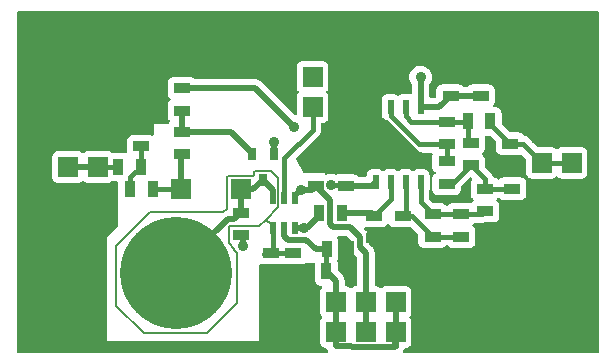
<source format=gbr>
%TF.GenerationSoftware,KiCad,Pcbnew,6.0.11+dfsg-1~bpo11+1*%
%TF.CreationDate,2023-05-25T08:23:26+00:00*%
%TF.ProjectId,PCRD01,50435244-3031-42e6-9b69-6361645f7063,01A*%
%TF.SameCoordinates,Original*%
%TF.FileFunction,Copper,L2,Bot*%
%TF.FilePolarity,Positive*%
%FSLAX46Y46*%
G04 Gerber Fmt 4.6, Leading zero omitted, Abs format (unit mm)*
G04 Created by KiCad (PCBNEW 6.0.11+dfsg-1~bpo11+1) date 2023-05-25 08:23:26*
%MOMM*%
%LPD*%
G01*
G04 APERTURE LIST*
%TA.AperFunction,ComponentPad*%
%ADD10R,1.651000X1.651000*%
%TD*%
%TA.AperFunction,ComponentPad*%
%ADD11C,6.000000*%
%TD*%
%TA.AperFunction,SMDPad,CuDef*%
%ADD12C,9.480265*%
%TD*%
%TA.AperFunction,SMDPad,CuDef*%
%ADD13R,1.397000X0.889000*%
%TD*%
%TA.AperFunction,SMDPad,CuDef*%
%ADD14R,0.889000X1.397000*%
%TD*%
%TA.AperFunction,SMDPad,CuDef*%
%ADD15R,0.508000X1.143000*%
%TD*%
%TA.AperFunction,SMDPad,CuDef*%
%ADD16R,0.500000X1.000760*%
%TD*%
%TA.AperFunction,SMDPad,CuDef*%
%ADD17R,0.501040X1.000760*%
%TD*%
%TA.AperFunction,SMDPad,CuDef*%
%ADD18R,0.800100X1.000760*%
%TD*%
%TA.AperFunction,ViaPad*%
%ADD19C,0.889000*%
%TD*%
%TA.AperFunction,Conductor*%
%ADD20C,0.500000*%
%TD*%
%TA.AperFunction,Conductor*%
%ADD21C,0.400000*%
%TD*%
%TA.AperFunction,Conductor*%
%ADD22C,0.200000*%
%TD*%
%TA.AperFunction,Conductor*%
%ADD23C,0.130000*%
%TD*%
G04 APERTURE END LIST*
D10*
%TO.P,J1,1,1*%
%TO.N,GND*%
X140458000Y-90709000D03*
%TO.P,J1,2,1*%
%TO.N,/+Ubias*%
X140458000Y-88169000D03*
%TO.P,J1,3,3*%
%TO.N,GND*%
X140458000Y-85629000D03*
%TO.P,J1,4*%
X137918000Y-85629000D03*
%TO.P,J1,5*%
%TO.N,/+Ubias*%
X137918000Y-88169000D03*
%TO.P,J1,6*%
%TO.N,GND*%
X137918000Y-90709000D03*
%TD*%
%TO.P,J2,1*%
%TO.N,GND*%
X158034800Y-102139000D03*
%TO.P,J2,2*%
%TO.N,V-*%
X160574800Y-102139000D03*
%TO.P,J2,3*%
%TO.N,V+*%
X163114800Y-102139000D03*
%TO.P,J2,4*%
%TO.N,V-*%
X165654800Y-102139000D03*
%TO.P,J2,5*%
%TO.N,GND*%
X168194800Y-102139000D03*
%TO.P,J2,6*%
X168194800Y-99599000D03*
%TO.P,J2,7*%
%TO.N,V-*%
X165654800Y-99599000D03*
%TO.P,J2,8*%
%TO.N,V+*%
X163114800Y-99599000D03*
%TO.P,J2,9*%
%TO.N,V-*%
X160574800Y-99599000D03*
%TO.P,J2,10*%
%TO.N,GND*%
X158034800Y-99599000D03*
%TD*%
%TO.P,J5,1,1*%
%TO.N,GND*%
X180564600Y-90353400D03*
%TO.P,J5,2,1*%
%TO.N,Net-(C14-Pad2)*%
X180564600Y-87813400D03*
%TO.P,J5,3,3*%
%TO.N,GND*%
X180564600Y-85273400D03*
%TO.P,J5,4*%
X178024600Y-85273400D03*
%TO.P,J5,5*%
%TO.N,Net-(C14-Pad2)*%
X178024600Y-87813400D03*
%TO.P,J5,6*%
%TO.N,GND*%
X178024600Y-90353400D03*
%TD*%
D11*
%TO.P,P4,1,P1*%
%TO.N,GND*%
X137918000Y-99599000D03*
%TD*%
D12*
%TO.P,C4,2*%
%TO.N,/A*%
X147087400Y-97147900D03*
%TD*%
D10*
%TO.P,J3,1,P1*%
%TO.N,/K*%
X147443000Y-90074000D03*
%TO.P,J3,2,PM*%
%TO.N,/A*%
X152523000Y-90074000D03*
%TD*%
D11*
%TO.P,P3,1,P1*%
%TO.N,GND*%
X137918000Y-79279000D03*
%TD*%
%TO.P,P1,1,P1*%
%TO.N,GND*%
X178558000Y-99599000D03*
%TD*%
%TO.P,P2,1,P1*%
%TO.N,GND*%
X178558000Y-79279000D03*
%TD*%
D10*
%TO.P,J4,1,P1*%
%TO.N,/#SHDN*%
X158619000Y-83089000D03*
%TO.P,J4,2,PM*%
%TO.N,V+*%
X158619000Y-80549000D03*
%TD*%
D13*
%TO.P,C1,1*%
%TO.N,Net-(C1-Pad1)*%
X147570000Y-85184500D03*
%TO.P,C1,2*%
%TO.N,/K*%
X147570000Y-87089500D03*
%TD*%
%TO.P,C2,1*%
%TO.N,Net-(C2-Pad1)*%
X156968000Y-95471500D03*
%TO.P,C2,2*%
%TO.N,GND*%
X156968000Y-97376500D03*
%TD*%
%TO.P,C3,1*%
%TO.N,V+*%
X158873000Y-89756500D03*
%TO.P,C3,2*%
%TO.N,GND*%
X158873000Y-87851500D03*
%TD*%
%TO.P,C5,1*%
%TO.N,V+*%
X172843000Y-82136500D03*
%TO.P,C5,2*%
%TO.N,GND*%
X172843000Y-80231500D03*
%TD*%
%TO.P,C6,1*%
%TO.N,V+*%
X170303000Y-82136500D03*
%TO.P,C6,2*%
%TO.N,GND*%
X170303000Y-80231500D03*
%TD*%
D14*
%TO.P,C10,1*%
%TO.N,V-*%
X159800100Y-97008200D03*
%TO.P,C10,2*%
%TO.N,GND*%
X161705100Y-97008200D03*
%TD*%
D13*
%TO.P,C12,1*%
%TO.N,GND*%
X175510000Y-91915500D03*
%TO.P,C12,2*%
%TO.N,Net-(C12-Pad2)*%
X175510000Y-90010500D03*
%TD*%
D14*
%TO.P,C14,1*%
%TO.N,Net-(C13-Pad2)*%
X171763500Y-84308200D03*
%TO.P,C14,2*%
%TO.N,Net-(C14-Pad2)*%
X173668500Y-84308200D03*
%TD*%
D13*
%TO.P,R1,1*%
%TO.N,Net-(C1-Pad1)*%
X147570000Y-83406500D03*
%TO.P,R1,2*%
%TO.N,V-*%
X147570000Y-81501500D03*
%TD*%
D14*
%TO.P,R2,1*%
%TO.N,Net-(C15-Pad1)*%
X144064800Y-88169000D03*
%TO.P,R2,2*%
%TO.N,/+Ubias*%
X142159800Y-88169000D03*
%TD*%
D13*
%TO.P,R5,1*%
%TO.N,GND*%
X163826000Y-94201500D03*
%TO.P,R5,2*%
%TO.N,Net-(C8-Pad1)*%
X163826000Y-92296500D03*
%TD*%
%TO.P,R6,1*%
%TO.N,Net-(C11-Pad1)*%
X171192000Y-94074500D03*
%TO.P,R6,2*%
%TO.N,Net-(C11-Pad2)*%
X171192000Y-92169500D03*
%TD*%
%TO.P,R7,1*%
%TO.N,GND*%
X166239000Y-94201500D03*
%TO.P,R7,2*%
%TO.N,Net-(C11-Pad1)*%
X166239000Y-92296500D03*
%TD*%
%TO.P,R8,1*%
%TO.N,Net-(C11-Pad2)*%
X173224000Y-91915500D03*
%TO.P,R8,2*%
%TO.N,Net-(C12-Pad2)*%
X173224000Y-90010500D03*
%TD*%
%TO.P,R9,1*%
%TO.N,Net-(C12-Pad2)*%
X169972800Y-89604100D03*
%TO.P,R9,2*%
%TO.N,Net-(C13-Pad1)*%
X169972800Y-87699100D03*
%TD*%
%TO.P,R11,1*%
%TO.N,Net-(C14-Pad2)*%
X175357600Y-86200500D03*
%TO.P,R11,2*%
%TO.N,GND*%
X175357600Y-88105500D03*
%TD*%
%TO.P,C11,1*%
%TO.N,Net-(C11-Pad1)*%
X168779000Y-94074500D03*
%TO.P,C11,2*%
%TO.N,Net-(C11-Pad2)*%
X168779000Y-92169500D03*
%TD*%
%TO.P,C9,1*%
%TO.N,V-*%
X161413000Y-89756500D03*
%TO.P,C9,2*%
%TO.N,GND*%
X161413000Y-87851500D03*
%TD*%
D14*
%TO.P,C8,1*%
%TO.N,Net-(C8-Pad1)*%
X161095500Y-92106000D03*
%TO.P,C8,2*%
%TO.N,Net-(C4-Pad1)*%
X159190500Y-92106000D03*
%TD*%
D13*
%TO.P,C13,1*%
%TO.N,Net-(C13-Pad1)*%
X169972800Y-86251300D03*
%TO.P,C13,2*%
%TO.N,Net-(C13-Pad2)*%
X169972800Y-84346300D03*
%TD*%
%TO.P,R10,1*%
%TO.N,Net-(C12-Pad2)*%
X172004800Y-88003900D03*
%TO.P,R10,2*%
%TO.N,Net-(C13-Pad2)*%
X172004800Y-86098900D03*
%TD*%
D14*
%TO.P,C7,1*%
%TO.N,V-*%
X159825500Y-95154000D03*
%TO.P,C7,2*%
%TO.N,GND*%
X161730500Y-95154000D03*
%TD*%
D15*
%TO.P,U2,1*%
%TO.N,Net-(C11-Pad2)*%
X167763000Y-89439000D03*
%TO.P,U2,2,-*%
%TO.N,Net-(C11-Pad1)*%
X166493000Y-89439000D03*
%TO.P,U2,3,+*%
%TO.N,Net-(C8-Pad1)*%
X165223000Y-89439000D03*
%TO.P,U2,4,V-*%
%TO.N,V-*%
X163953000Y-89439000D03*
%TO.P,U2,5,+*%
%TO.N,GND*%
X163953000Y-83089000D03*
%TO.P,U2,6,-*%
%TO.N,Net-(C13-Pad1)*%
X165223000Y-83089000D03*
%TO.P,U2,7*%
%TO.N,Net-(C13-Pad2)*%
X166493000Y-83089000D03*
%TO.P,U2,8,V+*%
%TO.N,V+*%
X167763000Y-83089000D03*
%TD*%
D16*
%TO.P,U1,1*%
%TO.N,Net-(C4-Pad1)*%
X157158500Y-93376000D03*
%TO.P,U1,2,V-*%
%TO.N,V-*%
X156206000Y-93376000D03*
%TO.P,U1,3,+*%
%TO.N,Net-(C2-Pad1)*%
X155253500Y-93376000D03*
D17*
%TO.P,U1,4,-*%
%TO.N,/A*%
X155253500Y-90836000D03*
D16*
%TO.P,U1,5,#SHDN*%
%TO.N,/#SHDN*%
X156206000Y-90836000D03*
%TO.P,U1,6,V+*%
%TO.N,V+*%
X157158500Y-90836000D03*
%TD*%
D13*
%TO.P,R3,1*%
%TO.N,GND*%
X155063000Y-97376500D03*
%TO.P,R3,2*%
%TO.N,Net-(C2-Pad1)*%
X155063000Y-95471500D03*
%TD*%
D18*
%TO.P,Q1,1,S*%
%TO.N,Net-(C1-Pad1)*%
X153475500Y-87069180D03*
%TO.P,Q1,2,D*%
%TO.N,V+*%
X155380500Y-87069180D03*
%TO.P,Q1,3,G*%
%TO.N,/A*%
X154428000Y-89268820D03*
%TD*%
D13*
%TO.P,R4,1*%
%TO.N,Net-(C4-Pad1)*%
X152523000Y-93947500D03*
%TO.P,R4,2*%
%TO.N,/A*%
X152523000Y-92042500D03*
%TD*%
D14*
%TO.P,R12,1*%
%TO.N,/K*%
X145093500Y-90074000D03*
%TO.P,R12,2*%
%TO.N,Net-(C15-Pad1)*%
X143188500Y-90074000D03*
%TD*%
D13*
%TO.P,C15,1*%
%TO.N,Net-(C15-Pad1)*%
X144115600Y-86416400D03*
%TO.P,C15,2*%
%TO.N,GND*%
X144115600Y-84511400D03*
%TD*%
D19*
%TO.N,GND*%
X162657600Y-83089000D03*
X154961400Y-77196200D03*
X170684000Y-77780400D03*
X165680200Y-77297800D03*
X162683000Y-85629000D03*
X159914400Y-86391000D03*
X161184400Y-96144600D03*
X135733600Y-83698600D03*
X135733600Y-94773000D03*
X166518400Y-87356200D03*
X171293600Y-95865200D03*
X139200000Y-94600000D03*
X174951200Y-94493600D03*
X165413500Y-96360500D03*
X160955800Y-77399400D03*
X150135400Y-76764400D03*
X142210600Y-81082400D03*
%TO.N,V+*%
X157608447Y-90079311D03*
X155367800Y-86060800D03*
X167763000Y-80549000D03*
%TO.N,Net-(C4-Pad1)*%
X157857000Y-93363300D03*
X152743361Y-94836500D03*
%TO.N,V-*%
X159838200Y-95166700D03*
X160216002Y-89693000D03*
X157028960Y-84750160D03*
%TD*%
D20*
%TO.N,Net-(C1-Pad1)*%
X151691150Y-85184500D02*
X153475500Y-86968850D01*
D21*
X147590320Y-85164180D02*
X147570000Y-85184500D01*
D20*
X153475500Y-86968850D02*
X153475500Y-87069180D01*
X147570000Y-85184500D02*
X147570000Y-83406500D01*
X147570000Y-85184500D02*
X151691150Y-85184500D01*
D21*
%TO.N,Net-(C2-Pad1)*%
X155313190Y-95598500D02*
X154580400Y-95598500D01*
D22*
X149665500Y-102266000D02*
X152214249Y-99717251D01*
X151380000Y-91709169D02*
X151070302Y-92018867D01*
X151524499Y-94632001D02*
X151524499Y-93262999D01*
D21*
X155253500Y-93376000D02*
X155253500Y-95538810D01*
D22*
X144852691Y-92018867D02*
X142018001Y-94853557D01*
X155698000Y-89098388D02*
X155068051Y-88468439D01*
X153648501Y-88607887D02*
X153648501Y-88888499D01*
X151524499Y-93262999D02*
X151584499Y-93202999D01*
X155068051Y-88468439D02*
X153787949Y-88468439D01*
X154679460Y-92616540D02*
X154684540Y-92616540D01*
D23*
X155698000Y-91598000D02*
X155698000Y-89693000D01*
D22*
X151998860Y-95106362D02*
X151524499Y-94632001D01*
X153787949Y-88468439D02*
X153648501Y-88607887D01*
X152214249Y-99717251D02*
X152214249Y-95409250D01*
X142018001Y-99952501D02*
X144331500Y-102266000D01*
X144331500Y-102266000D02*
X149665500Y-102266000D01*
D21*
X154580400Y-95598500D02*
X154529600Y-95547700D01*
D22*
X142018001Y-94853557D02*
X142018001Y-99952501D01*
X154684540Y-92616540D02*
X155164600Y-93096600D01*
D21*
X156968000Y-95471500D02*
X155063000Y-95471500D01*
D22*
X153588501Y-88948499D02*
X151457499Y-88948499D01*
X151584499Y-93202999D02*
X154093001Y-93202999D01*
X151380000Y-89025998D02*
X151380000Y-91709169D01*
X155698000Y-91598000D02*
X154679460Y-92616540D01*
X155253500Y-93185500D02*
X154936000Y-92868000D01*
X154093001Y-93202999D02*
X154679460Y-92616540D01*
X155253500Y-93376000D02*
X155253500Y-93185500D01*
X151070302Y-92018867D02*
X144852691Y-92018867D01*
X151457499Y-88948499D02*
X151380000Y-89025998D01*
X155698000Y-89693000D02*
X155698000Y-89098388D01*
X151998860Y-95193861D02*
X151998860Y-95106362D01*
X153648501Y-88888499D02*
X153588501Y-88948499D01*
X152214249Y-95409250D02*
X151998860Y-95193861D01*
D21*
%TO.N,GND*%
X161730500Y-95154000D02*
X161730500Y-95598500D01*
X163826000Y-94201500D02*
X164080000Y-94201500D01*
X165578600Y-77399400D02*
X165680200Y-77297800D01*
X162657600Y-85654400D02*
X162683000Y-85629000D01*
X170684000Y-77780400D02*
X170684000Y-78072500D01*
D20*
%TO.N,V+*%
X167763000Y-80549000D02*
X167763000Y-83089000D01*
X163114800Y-95474040D02*
X162625001Y-94984241D01*
X172843000Y-82136500D02*
X170303000Y-82136500D01*
X167763000Y-83089000D02*
X169350500Y-83089000D01*
X163114800Y-99599000D02*
X163114800Y-95474040D01*
X160085001Y-93023361D02*
X160085001Y-90968501D01*
D21*
X157158500Y-90836000D02*
X157158500Y-90772500D01*
D20*
X157158500Y-90529258D02*
X157608447Y-90079311D01*
X155380500Y-87069180D02*
X155380500Y-86068800D01*
X157158500Y-90836000D02*
X157158500Y-90529258D01*
X160316141Y-93254501D02*
X160085001Y-93023361D01*
X169350500Y-83089000D02*
X170303000Y-82136500D01*
X158550189Y-90079311D02*
X158873000Y-89756500D01*
X157608447Y-90079311D02*
X158550189Y-90079311D01*
X162625001Y-94095499D02*
X161784003Y-93254501D01*
X155372500Y-86060800D02*
X155367800Y-86060800D01*
X155380500Y-86068800D02*
X155372500Y-86060800D01*
X162625001Y-94984241D02*
X162625001Y-94095499D01*
X163114800Y-102139000D02*
X163114800Y-99599000D01*
X161784003Y-93254501D02*
X160316141Y-93254501D01*
X160085001Y-90968501D02*
X158873000Y-89756500D01*
%TO.N,Net-(C4-Pad1)*%
X159190500Y-92360000D02*
X158187200Y-93363300D01*
X157228383Y-93363300D02*
X157857000Y-93363300D01*
X158187200Y-93363300D02*
X157857000Y-93363300D01*
X152523000Y-94011000D02*
X152523000Y-94007009D01*
X152542487Y-94007009D02*
X152523000Y-94007009D01*
X157158500Y-93376000D02*
X157171200Y-93363300D01*
X152743361Y-94836500D02*
X152743361Y-94207883D01*
X152743361Y-94207883D02*
X152542487Y-94007009D01*
X157171200Y-93363300D02*
X157228383Y-93363300D01*
X159190500Y-92106000D02*
X159190500Y-92360000D01*
%TO.N,V-*%
X156548499Y-94326381D02*
X158053381Y-94326381D01*
X160574800Y-102139000D02*
X160574800Y-103364500D01*
X165604799Y-103414501D02*
X165604799Y-102189001D01*
X161929299Y-103414501D02*
X165604799Y-103414501D01*
X160574800Y-103364500D02*
X160574801Y-103364501D01*
D21*
X165654800Y-103364500D02*
X165654800Y-102139000D01*
X160216002Y-89693000D02*
X161349500Y-89693000D01*
D20*
X165604799Y-103414501D02*
X165654800Y-103364500D01*
D21*
X159800100Y-95179400D02*
X159825500Y-95154000D01*
D20*
X153780300Y-81501500D02*
X157028960Y-84750160D01*
X147570000Y-81501500D02*
X153780300Y-81501500D01*
D21*
X159800100Y-97008200D02*
X159800100Y-95179400D01*
D20*
X161413000Y-89756500D02*
X161044700Y-89756500D01*
X163635500Y-89756500D02*
X163953000Y-89439000D01*
X158053381Y-94326381D02*
X158881000Y-95154000D01*
X160574800Y-99599000D02*
X160574800Y-102139000D01*
X156206000Y-93983882D02*
X156548499Y-94326381D01*
X160574800Y-103364500D02*
X161879298Y-103364500D01*
X165654800Y-102139000D02*
X165654800Y-99599000D01*
X165604799Y-102189001D02*
X165654800Y-102139000D01*
X161413000Y-89756500D02*
X163635500Y-89756500D01*
X159825500Y-95154000D02*
X158881000Y-95154000D01*
X156206000Y-93376000D02*
X156206000Y-93983882D01*
X160574800Y-99599000D02*
X160574800Y-97782900D01*
X161879298Y-103364500D02*
X161929299Y-103414501D01*
X161413000Y-89756500D02*
X161044065Y-89756500D01*
D21*
X161349500Y-89693000D02*
X161413000Y-89756500D01*
D20*
X147633500Y-81565000D02*
X147570000Y-81501500D01*
D21*
X159825500Y-95154000D02*
X159838200Y-95166700D01*
D20*
X160574800Y-97782900D02*
X159800100Y-97008200D01*
D21*
X160574801Y-103364501D02*
X165654800Y-103364500D01*
%TO.N,Net-(C8-Pad1)*%
X163826000Y-92296500D02*
X165223000Y-90899500D01*
D20*
X161095500Y-92106000D02*
X163635500Y-92106000D01*
D21*
X165223000Y-90899500D02*
X165223000Y-89218000D01*
D20*
X163635500Y-92106000D02*
X163826000Y-92296500D01*
D21*
%TO.N,Net-(C11-Pad1)*%
X167001000Y-92296500D02*
X168779000Y-94074500D01*
X166493000Y-89218000D02*
X166493000Y-92042500D01*
X166493000Y-92042500D02*
X166239000Y-92296500D01*
X166239000Y-92296500D02*
X167001000Y-92296500D01*
X168779000Y-94074500D02*
X171192000Y-94074500D01*
%TO.N,Net-(C11-Pad2)*%
X172970000Y-92169500D02*
X173224000Y-91915500D01*
X171192000Y-92169500D02*
X172970000Y-92169500D01*
X167763000Y-91153500D02*
X168779000Y-92169500D01*
X167763000Y-89218000D02*
X167763000Y-91153500D01*
X168779000Y-92169500D02*
X171192000Y-92169500D01*
%TO.N,Net-(C12-Pad2)*%
X175510000Y-90010500D02*
X173224000Y-90010500D01*
X173224000Y-90010500D02*
X173224000Y-89223100D01*
X172970000Y-89756500D02*
X173224000Y-90010500D01*
X173224000Y-89223100D02*
X172004800Y-88003900D01*
X170404600Y-89604100D02*
X172004800Y-88003900D01*
X169972800Y-89604100D02*
X170404600Y-89604100D01*
%TO.N,Net-(C13-Pad1)*%
X169972800Y-87699100D02*
X169972800Y-86251300D01*
X167601300Y-86251300D02*
X165223000Y-83873000D01*
X165223000Y-83873000D02*
X165223000Y-83089000D01*
X169972800Y-86251300D02*
X167601300Y-86251300D01*
%TO.N,Net-(C13-Pad2)*%
X166493000Y-83843000D02*
X166996300Y-84346300D01*
X171763500Y-85857600D02*
X172004800Y-86098900D01*
X169972800Y-84346300D02*
X171725400Y-84346300D01*
X166493000Y-83089000D02*
X166493000Y-83843000D01*
X171725400Y-84346300D02*
X171763500Y-84308200D01*
X171763500Y-84308200D02*
X171763500Y-85857600D01*
X166996300Y-84346300D02*
X169972800Y-84346300D01*
%TO.N,Net-(C14-Pad2)*%
X178024600Y-87813400D02*
X180564600Y-87813400D01*
X173668500Y-84308200D02*
X173668500Y-84511400D01*
X175357600Y-86200500D02*
X176411700Y-86200500D01*
X176411700Y-86200500D02*
X178024600Y-87813400D01*
X173668500Y-84511400D02*
X175357600Y-86200500D01*
%TO.N,/#SHDN*%
X156206000Y-90836000D02*
X156206000Y-87427502D01*
X156206000Y-87427502D02*
X158619000Y-85014502D01*
X158619000Y-84314500D02*
X158619000Y-83089000D01*
X158619000Y-85014502D02*
X158619000Y-84314500D01*
%TO.N,/+Ubias*%
X142159800Y-88169000D02*
X140458000Y-88169000D01*
D20*
X137918000Y-88169000D02*
X140458000Y-88169000D01*
%TO.N,/K*%
X147443000Y-87216500D02*
X147570000Y-87089500D01*
X147443000Y-90074000D02*
X147443000Y-88114510D01*
D21*
X145093500Y-90074000D02*
X147443000Y-90074000D01*
D20*
X147443000Y-88114510D02*
X147443000Y-87216500D01*
%TO.N,/A*%
X155253500Y-90094320D02*
X154428000Y-89268820D01*
X155253500Y-90836000D02*
X155253500Y-90094320D01*
X153622820Y-90074000D02*
X152523000Y-90074000D01*
X151996623Y-92568877D02*
X151440790Y-92568877D01*
X152523000Y-92042500D02*
X152523000Y-90074000D01*
X154428000Y-89268820D02*
X153622820Y-90074000D01*
X151440790Y-92568877D02*
X147265200Y-96744467D01*
X152523000Y-92042500D02*
X151996623Y-92568877D01*
D21*
%TO.N,Net-(C15-Pad1)*%
X143188500Y-89045300D02*
X144064800Y-88169000D01*
X143188500Y-90074000D02*
X143188500Y-89045300D01*
X144115600Y-88118200D02*
X144064800Y-88169000D01*
X144115600Y-86416400D02*
X144115600Y-88118200D01*
%TD*%
%TA.AperFunction,Conductor*%
%TO.N,GND*%
G36*
X182832691Y-74982407D02*
G01*
X182868655Y-75031907D01*
X182873500Y-75062500D01*
X182873500Y-103815500D01*
X182854593Y-103873691D01*
X182805093Y-103909655D01*
X182774500Y-103914500D01*
X166389405Y-103914500D01*
X166331214Y-103895593D01*
X166295250Y-103846093D01*
X166295250Y-103784907D01*
X166303504Y-103767086D01*
X166304534Y-103765784D01*
X166320368Y-103731906D01*
X166376987Y-103610760D01*
X166379422Y-103605550D01*
X166380592Y-103599923D01*
X166380595Y-103599915D01*
X166390595Y-103551839D01*
X166420956Y-103498718D01*
X166476743Y-103473588D01*
X166487520Y-103473000D01*
X166528434Y-103473000D01*
X166548463Y-103470824D01*
X166584442Y-103466916D01*
X166584444Y-103466915D01*
X166590616Y-103466245D01*
X166727005Y-103415115D01*
X166843561Y-103327761D01*
X166930915Y-103211205D01*
X166982045Y-103074816D01*
X166988800Y-103012634D01*
X166988800Y-101265366D01*
X166982045Y-101203184D01*
X166930915Y-101066795D01*
X166843561Y-100950239D01*
X166837917Y-100946009D01*
X166832930Y-100941022D01*
X166834615Y-100939337D01*
X166805645Y-100898199D01*
X166806548Y-100837020D01*
X166834500Y-100798548D01*
X166832930Y-100796978D01*
X166837917Y-100791991D01*
X166843561Y-100787761D01*
X166930915Y-100671205D01*
X166982045Y-100534816D01*
X166988800Y-100472634D01*
X166988800Y-98725366D01*
X166982045Y-98663184D01*
X166930915Y-98526795D01*
X166843561Y-98410239D01*
X166727005Y-98322885D01*
X166590616Y-98271755D01*
X166584444Y-98271085D01*
X166584442Y-98271084D01*
X166548463Y-98267176D01*
X166528434Y-98265000D01*
X164781166Y-98265000D01*
X164761137Y-98267176D01*
X164725158Y-98271084D01*
X164725156Y-98271085D01*
X164718984Y-98271755D01*
X164582595Y-98322885D01*
X164466039Y-98410239D01*
X164461809Y-98415883D01*
X164456822Y-98420870D01*
X164455137Y-98419185D01*
X164413999Y-98448155D01*
X164352820Y-98447252D01*
X164314348Y-98419300D01*
X164312778Y-98420870D01*
X164307791Y-98415883D01*
X164303561Y-98410239D01*
X164187005Y-98322885D01*
X164050616Y-98271755D01*
X164044444Y-98271085D01*
X164044442Y-98271084D01*
X164008463Y-98267176D01*
X163988434Y-98265000D01*
X163972300Y-98265000D01*
X163914109Y-98246093D01*
X163878145Y-98196593D01*
X163873300Y-98166000D01*
X163873300Y-95539061D01*
X163874426Y-95524172D01*
X163877133Y-95506380D01*
X163877133Y-95506376D01*
X163877998Y-95500691D01*
X163873626Y-95446936D01*
X163873300Y-95438911D01*
X163873300Y-95429747D01*
X163871461Y-95413965D01*
X163869955Y-95401050D01*
X163869615Y-95397614D01*
X163864127Y-95330139D01*
X163864126Y-95330135D01*
X163863660Y-95324403D01*
X163861887Y-95318930D01*
X163860760Y-95313291D01*
X163860870Y-95313269D01*
X163860080Y-95309644D01*
X163859971Y-95309670D01*
X163858648Y-95304074D01*
X163857982Y-95298359D01*
X163832915Y-95229300D01*
X163831793Y-95226032D01*
X163810923Y-95161611D01*
X163809151Y-95156141D01*
X163806168Y-95151226D01*
X163803773Y-95145994D01*
X163803874Y-95145948D01*
X163802272Y-95142602D01*
X163802170Y-95142653D01*
X163799598Y-95137517D01*
X163797633Y-95132103D01*
X163757367Y-95070687D01*
X163755523Y-95067765D01*
X163719685Y-95008705D01*
X163719682Y-95008701D01*
X163717395Y-95004932D01*
X163709997Y-94996556D01*
X163710133Y-94996436D01*
X163707654Y-94993278D01*
X163707498Y-94993409D01*
X163703808Y-94988996D01*
X163700656Y-94984188D01*
X163644189Y-94930696D01*
X163642270Y-94928829D01*
X163412497Y-94699056D01*
X163384720Y-94644539D01*
X163383501Y-94629052D01*
X163383501Y-94160526D01*
X163384627Y-94145637D01*
X163387335Y-94127839D01*
X163387335Y-94127835D01*
X163388200Y-94122150D01*
X163383827Y-94068387D01*
X163383501Y-94060361D01*
X163383501Y-94051206D01*
X163383169Y-94048355D01*
X163380157Y-94022518D01*
X163379817Y-94019082D01*
X163374327Y-93951594D01*
X163373861Y-93945863D01*
X163372088Y-93940392D01*
X163370961Y-93934750D01*
X163371070Y-93934728D01*
X163370280Y-93931104D01*
X163370172Y-93931129D01*
X163368849Y-93925532D01*
X163368183Y-93919818D01*
X163359171Y-93894991D01*
X163343115Y-93850755D01*
X163341993Y-93847488D01*
X163321124Y-93783070D01*
X163319352Y-93777600D01*
X163316369Y-93772685D01*
X163313974Y-93767453D01*
X163314075Y-93767407D01*
X163312473Y-93764061D01*
X163312371Y-93764112D01*
X163309799Y-93758977D01*
X163307834Y-93753562D01*
X163267552Y-93692122D01*
X163265711Y-93689204D01*
X163229885Y-93630164D01*
X163229884Y-93630163D01*
X163227596Y-93626392D01*
X163220198Y-93618015D01*
X163220346Y-93617884D01*
X163217865Y-93614729D01*
X163217699Y-93614868D01*
X163214009Y-93610455D01*
X163210857Y-93605647D01*
X163154390Y-93552155D01*
X163152471Y-93550288D01*
X163020687Y-93418504D01*
X162992910Y-93363987D01*
X163002481Y-93303555D01*
X163045746Y-93260290D01*
X163090691Y-93249500D01*
X164572634Y-93249500D01*
X164592663Y-93247324D01*
X164628642Y-93243416D01*
X164628644Y-93243415D01*
X164634816Y-93242745D01*
X164673600Y-93228206D01*
X164764606Y-93194089D01*
X164764607Y-93194089D01*
X164771205Y-93191615D01*
X164887761Y-93104261D01*
X164891991Y-93098617D01*
X164891995Y-93098613D01*
X164953280Y-93016841D01*
X165003308Y-92981616D01*
X165064486Y-92982524D01*
X165111720Y-93016841D01*
X165173005Y-93098613D01*
X165173009Y-93098617D01*
X165177239Y-93104261D01*
X165293795Y-93191615D01*
X165300393Y-93194089D01*
X165300394Y-93194089D01*
X165391400Y-93228206D01*
X165430184Y-93242745D01*
X165436356Y-93243415D01*
X165436358Y-93243416D01*
X165472337Y-93247324D01*
X165492366Y-93249500D01*
X166911022Y-93249500D01*
X166969213Y-93268407D01*
X166981026Y-93278496D01*
X167543004Y-93840474D01*
X167570781Y-93894991D01*
X167572000Y-93910478D01*
X167572000Y-94567134D01*
X167578755Y-94629316D01*
X167629885Y-94765705D01*
X167717239Y-94882261D01*
X167833795Y-94969615D01*
X167970184Y-95020745D01*
X167976356Y-95021415D01*
X167976358Y-95021416D01*
X168012337Y-95025324D01*
X168032366Y-95027500D01*
X169525634Y-95027500D01*
X169545663Y-95025324D01*
X169581642Y-95021416D01*
X169581644Y-95021415D01*
X169587816Y-95020745D01*
X169724205Y-94969615D01*
X169840761Y-94882261D01*
X169844991Y-94876617D01*
X169844994Y-94876614D01*
X169885454Y-94822628D01*
X169935482Y-94787402D01*
X169964675Y-94783000D01*
X170006325Y-94783000D01*
X170064516Y-94801907D01*
X170085546Y-94822628D01*
X170126006Y-94876614D01*
X170126009Y-94876617D01*
X170130239Y-94882261D01*
X170246795Y-94969615D01*
X170383184Y-95020745D01*
X170389356Y-95021415D01*
X170389358Y-95021416D01*
X170425337Y-95025324D01*
X170445366Y-95027500D01*
X171938634Y-95027500D01*
X171958663Y-95025324D01*
X171994642Y-95021416D01*
X171994644Y-95021415D01*
X172000816Y-95020745D01*
X172137205Y-94969615D01*
X172253761Y-94882261D01*
X172341115Y-94765705D01*
X172392245Y-94629316D01*
X172399000Y-94567134D01*
X172399000Y-93581866D01*
X172392245Y-93519684D01*
X172341115Y-93383295D01*
X172253761Y-93266739D01*
X172248117Y-93262509D01*
X172248113Y-93262505D01*
X172166341Y-93201220D01*
X172131116Y-93151192D01*
X172132024Y-93090014D01*
X172166341Y-93042780D01*
X172248113Y-92981495D01*
X172248117Y-92981491D01*
X172253761Y-92977261D01*
X172257991Y-92971617D01*
X172257994Y-92971614D01*
X172298454Y-92917628D01*
X172348482Y-92882402D01*
X172377675Y-92878000D01*
X172942001Y-92878000D01*
X172948734Y-92878229D01*
X173007352Y-92882225D01*
X173035870Y-92877248D01*
X173070990Y-92871119D01*
X173076112Y-92870362D01*
X173085582Y-92869217D01*
X173097471Y-92868500D01*
X173970634Y-92868500D01*
X173990663Y-92866324D01*
X174026642Y-92862416D01*
X174026644Y-92862415D01*
X174032816Y-92861745D01*
X174169205Y-92810615D01*
X174285761Y-92723261D01*
X174373115Y-92606705D01*
X174424245Y-92470316D01*
X174431000Y-92408134D01*
X174431000Y-91422866D01*
X174424245Y-91360684D01*
X174391893Y-91274385D01*
X174375589Y-91230894D01*
X174375589Y-91230893D01*
X174373115Y-91224295D01*
X174285761Y-91107739D01*
X174280117Y-91103509D01*
X174280113Y-91103505D01*
X174198341Y-91042220D01*
X174163116Y-90992192D01*
X174164024Y-90931014D01*
X174198341Y-90883780D01*
X174280113Y-90822495D01*
X174280117Y-90822491D01*
X174285761Y-90818261D01*
X174289991Y-90812617D01*
X174294978Y-90807630D01*
X174296663Y-90809315D01*
X174337801Y-90780345D01*
X174398980Y-90781248D01*
X174437452Y-90809200D01*
X174439022Y-90807630D01*
X174444009Y-90812617D01*
X174448239Y-90818261D01*
X174564795Y-90905615D01*
X174701184Y-90956745D01*
X174707356Y-90957415D01*
X174707358Y-90957416D01*
X174741374Y-90961111D01*
X174763366Y-90963500D01*
X176256634Y-90963500D01*
X176278626Y-90961111D01*
X176312642Y-90957416D01*
X176312644Y-90957415D01*
X176318816Y-90956745D01*
X176455205Y-90905615D01*
X176571761Y-90818261D01*
X176659115Y-90701705D01*
X176674431Y-90660851D01*
X176708065Y-90571131D01*
X176710245Y-90565316D01*
X176711407Y-90554625D01*
X176716711Y-90505793D01*
X176717000Y-90503134D01*
X176717000Y-89517866D01*
X176714414Y-89494065D01*
X176710916Y-89461858D01*
X176710915Y-89461856D01*
X176710245Y-89455684D01*
X176678781Y-89371755D01*
X176661589Y-89325894D01*
X176661589Y-89325893D01*
X176659115Y-89319295D01*
X176571761Y-89202739D01*
X176455205Y-89115385D01*
X176437659Y-89108807D01*
X176324631Y-89066435D01*
X176318816Y-89064255D01*
X176312644Y-89063585D01*
X176312642Y-89063584D01*
X176265756Y-89058491D01*
X176256634Y-89057500D01*
X174763366Y-89057500D01*
X174754244Y-89058491D01*
X174707358Y-89063584D01*
X174707356Y-89063585D01*
X174701184Y-89064255D01*
X174695369Y-89066435D01*
X174582342Y-89108807D01*
X174564795Y-89115385D01*
X174448239Y-89202739D01*
X174444009Y-89208383D01*
X174439022Y-89213370D01*
X174437337Y-89211685D01*
X174396199Y-89240655D01*
X174335020Y-89239752D01*
X174296548Y-89211800D01*
X174294978Y-89213370D01*
X174289991Y-89208383D01*
X174285761Y-89202739D01*
X174169205Y-89115385D01*
X174151659Y-89108807D01*
X174038631Y-89066435D01*
X174032816Y-89064255D01*
X174026644Y-89063585D01*
X174026642Y-89063584D01*
X173979759Y-89058491D01*
X173923950Y-89033409D01*
X173899801Y-88999863D01*
X173893765Y-88986113D01*
X173881277Y-88957664D01*
X173879319Y-88952868D01*
X173858597Y-88898028D01*
X173856487Y-88892444D01*
X173851156Y-88884687D01*
X173842098Y-88868413D01*
X173840868Y-88865611D01*
X173838315Y-88859795D01*
X173798991Y-88808548D01*
X173795943Y-88804353D01*
X173762736Y-88756036D01*
X173759357Y-88751119D01*
X173712261Y-88709158D01*
X173708115Y-88705245D01*
X173240796Y-88237926D01*
X173213019Y-88183409D01*
X173211800Y-88167922D01*
X173211800Y-87511266D01*
X173205045Y-87449084D01*
X173171718Y-87360184D01*
X173156389Y-87319294D01*
X173156389Y-87319293D01*
X173153915Y-87312695D01*
X173066561Y-87196139D01*
X173060917Y-87191909D01*
X173060913Y-87191905D01*
X172979141Y-87130620D01*
X172943916Y-87080592D01*
X172944824Y-87019414D01*
X172979141Y-86972180D01*
X173060913Y-86910895D01*
X173060917Y-86910891D01*
X173066561Y-86906661D01*
X173153915Y-86790105D01*
X173158758Y-86777188D01*
X173202865Y-86659531D01*
X173205045Y-86653716D01*
X173207220Y-86633700D01*
X173211511Y-86594193D01*
X173211800Y-86591534D01*
X173211800Y-85614200D01*
X173230707Y-85556009D01*
X173280207Y-85520045D01*
X173310800Y-85515200D01*
X173629323Y-85515200D01*
X173687514Y-85534107D01*
X173699327Y-85544197D01*
X174121604Y-85966475D01*
X174149381Y-86020991D01*
X174150600Y-86036478D01*
X174150600Y-86693134D01*
X174150889Y-86695793D01*
X174155209Y-86735557D01*
X174157355Y-86755316D01*
X174159535Y-86761131D01*
X174189760Y-86841755D01*
X174208485Y-86891705D01*
X174295839Y-87008261D01*
X174412395Y-87095615D01*
X174418993Y-87098089D01*
X174418994Y-87098089D01*
X174444378Y-87107605D01*
X174548784Y-87146745D01*
X174554956Y-87147415D01*
X174554958Y-87147416D01*
X174582963Y-87150458D01*
X174610966Y-87153500D01*
X176104234Y-87153500D01*
X176132237Y-87150458D01*
X176160242Y-87147416D01*
X176160244Y-87147415D01*
X176166416Y-87146745D01*
X176172981Y-87144284D01*
X176244605Y-87117434D01*
X176305729Y-87114712D01*
X176349360Y-87140130D01*
X176661604Y-87452374D01*
X176689381Y-87506891D01*
X176690600Y-87522378D01*
X176690600Y-88687034D01*
X176690889Y-88689693D01*
X176695357Y-88730820D01*
X176697355Y-88749216D01*
X176699535Y-88755031D01*
X176744043Y-88873755D01*
X176748485Y-88885605D01*
X176835839Y-89002161D01*
X176952395Y-89089515D01*
X177088784Y-89140645D01*
X177094956Y-89141315D01*
X177094958Y-89141316D01*
X177130937Y-89145224D01*
X177150966Y-89147400D01*
X178898234Y-89147400D01*
X178918263Y-89145224D01*
X178954242Y-89141316D01*
X178954244Y-89141315D01*
X178960416Y-89140645D01*
X179096805Y-89089515D01*
X179213361Y-89002161D01*
X179217591Y-88996517D01*
X179222578Y-88991530D01*
X179224263Y-88993215D01*
X179265401Y-88964245D01*
X179326580Y-88965148D01*
X179365052Y-88993100D01*
X179366622Y-88991530D01*
X179371609Y-88996517D01*
X179375839Y-89002161D01*
X179492395Y-89089515D01*
X179628784Y-89140645D01*
X179634956Y-89141315D01*
X179634958Y-89141316D01*
X179670937Y-89145224D01*
X179690966Y-89147400D01*
X181438234Y-89147400D01*
X181458263Y-89145224D01*
X181494242Y-89141316D01*
X181494244Y-89141315D01*
X181500416Y-89140645D01*
X181636805Y-89089515D01*
X181753361Y-89002161D01*
X181840715Y-88885605D01*
X181845158Y-88873755D01*
X181889665Y-88755031D01*
X181891845Y-88749216D01*
X181893844Y-88730820D01*
X181898311Y-88689693D01*
X181898600Y-88687034D01*
X181898600Y-86939766D01*
X181895464Y-86910895D01*
X181892516Y-86883758D01*
X181892515Y-86883756D01*
X181891845Y-86877584D01*
X181840715Y-86741195D01*
X181753361Y-86624639D01*
X181636805Y-86537285D01*
X181500416Y-86486155D01*
X181494244Y-86485485D01*
X181494242Y-86485484D01*
X181458263Y-86481576D01*
X181438234Y-86479400D01*
X179690966Y-86479400D01*
X179670937Y-86481576D01*
X179634958Y-86485484D01*
X179634956Y-86485485D01*
X179628784Y-86486155D01*
X179492395Y-86537285D01*
X179375839Y-86624639D01*
X179371609Y-86630283D01*
X179366622Y-86635270D01*
X179364937Y-86633585D01*
X179323799Y-86662555D01*
X179262620Y-86661652D01*
X179224148Y-86633700D01*
X179222578Y-86635270D01*
X179217591Y-86630283D01*
X179213361Y-86624639D01*
X179096805Y-86537285D01*
X178960416Y-86486155D01*
X178954244Y-86485485D01*
X178954242Y-86485484D01*
X178918263Y-86481576D01*
X178898234Y-86479400D01*
X177733578Y-86479400D01*
X177675387Y-86460493D01*
X177663574Y-86450404D01*
X176932483Y-85719313D01*
X176927884Y-85714389D01*
X176893182Y-85674610D01*
X176889261Y-85670115D01*
X176884383Y-85666687D01*
X176884379Y-85666683D01*
X176836404Y-85632966D01*
X176832242Y-85629875D01*
X176786113Y-85593705D01*
X176786111Y-85593704D01*
X176781418Y-85590024D01*
X176774736Y-85587007D01*
X176772845Y-85586153D01*
X176756658Y-85576920D01*
X176753846Y-85574943D01*
X176753843Y-85574942D01*
X176748961Y-85571510D01*
X176688747Y-85548034D01*
X176684007Y-85546041D01*
X176676830Y-85542800D01*
X176662881Y-85536502D01*
X176630567Y-85521911D01*
X176630565Y-85521910D01*
X176625127Y-85519455D01*
X176619262Y-85518368D01*
X176619256Y-85518366D01*
X176615876Y-85517740D01*
X176597962Y-85512637D01*
X176589191Y-85509218D01*
X176565156Y-85506054D01*
X176538931Y-85502601D01*
X176483707Y-85476260D01*
X176472633Y-85463820D01*
X176472318Y-85463400D01*
X176419361Y-85392739D01*
X176400739Y-85378782D01*
X176336697Y-85330786D01*
X176302805Y-85305385D01*
X176268555Y-85292545D01*
X176172231Y-85256435D01*
X176166416Y-85254255D01*
X176160244Y-85253585D01*
X176160242Y-85253584D01*
X176124263Y-85249676D01*
X176104234Y-85247500D01*
X175447578Y-85247500D01*
X175389387Y-85228593D01*
X175377574Y-85218504D01*
X174650496Y-84491426D01*
X174622719Y-84436909D01*
X174621500Y-84421422D01*
X174621500Y-83561566D01*
X174614745Y-83499384D01*
X174563615Y-83362995D01*
X174476261Y-83246439D01*
X174359705Y-83159085D01*
X174223316Y-83107955D01*
X174217144Y-83107285D01*
X174217142Y-83107284D01*
X174181163Y-83103376D01*
X174161134Y-83101200D01*
X173985057Y-83101200D01*
X173926866Y-83082293D01*
X173890902Y-83032793D01*
X173890902Y-82971607D01*
X173905836Y-82942828D01*
X173987887Y-82833347D01*
X173987888Y-82833345D01*
X173992115Y-82827705D01*
X174043245Y-82691316D01*
X174050000Y-82629134D01*
X174050000Y-81643866D01*
X174043245Y-81581684D01*
X173992115Y-81445295D01*
X173904761Y-81328739D01*
X173788205Y-81241385D01*
X173651816Y-81190255D01*
X173645644Y-81189585D01*
X173645642Y-81189584D01*
X173609663Y-81185676D01*
X173589634Y-81183500D01*
X172096366Y-81183500D01*
X172076337Y-81185676D01*
X172040358Y-81189584D01*
X172040356Y-81189585D01*
X172034184Y-81190255D01*
X171897795Y-81241385D01*
X171781239Y-81328739D01*
X171777010Y-81334382D01*
X171774017Y-81338375D01*
X171723988Y-81373599D01*
X171694798Y-81378000D01*
X171451202Y-81378000D01*
X171393011Y-81359093D01*
X171371983Y-81338375D01*
X171368990Y-81334382D01*
X171364761Y-81328739D01*
X171248205Y-81241385D01*
X171111816Y-81190255D01*
X171105644Y-81189585D01*
X171105642Y-81189584D01*
X171069663Y-81185676D01*
X171049634Y-81183500D01*
X169556366Y-81183500D01*
X169536337Y-81185676D01*
X169500358Y-81189584D01*
X169500356Y-81189585D01*
X169494184Y-81190255D01*
X169357795Y-81241385D01*
X169241239Y-81328739D01*
X169153885Y-81445295D01*
X169102755Y-81581684D01*
X169096000Y-81643866D01*
X169096000Y-82229811D01*
X169077093Y-82288002D01*
X169067004Y-82299815D01*
X169065315Y-82301504D01*
X169010798Y-82329281D01*
X168995311Y-82330500D01*
X168620500Y-82330500D01*
X168562309Y-82311593D01*
X168526345Y-82262093D01*
X168521500Y-82231500D01*
X168521500Y-81165615D01*
X168539602Y-81108549D01*
X168542343Y-81104664D01*
X168545507Y-81100998D01*
X168566846Y-81063434D01*
X168635432Y-80942701D01*
X168635433Y-80942698D01*
X168637821Y-80938495D01*
X168639963Y-80932058D01*
X168695287Y-80765748D01*
X168695288Y-80765746D01*
X168696814Y-80761157D01*
X168699021Y-80743692D01*
X168719890Y-80578490D01*
X168720238Y-80575738D01*
X168720611Y-80549000D01*
X168702373Y-80362999D01*
X168648355Y-80184083D01*
X168560615Y-80019066D01*
X168442493Y-79874235D01*
X168431104Y-79864813D01*
X168302216Y-79758188D01*
X168302214Y-79758187D01*
X168298489Y-79755105D01*
X168134089Y-79666214D01*
X167955554Y-79610948D01*
X167950744Y-79610442D01*
X167950742Y-79610442D01*
X167774501Y-79591918D01*
X167774499Y-79591918D01*
X167769685Y-79591412D01*
X167709781Y-79596864D01*
X167588382Y-79607912D01*
X167588379Y-79607913D01*
X167583562Y-79608351D01*
X167578920Y-79609717D01*
X167578916Y-79609718D01*
X167408920Y-79659751D01*
X167408917Y-79659752D01*
X167404273Y-79661119D01*
X167238647Y-79747705D01*
X167234871Y-79750741D01*
X167234868Y-79750743D01*
X167096767Y-79861780D01*
X167092995Y-79864813D01*
X167089886Y-79868518D01*
X167089883Y-79868521D01*
X167039680Y-79928351D01*
X166972862Y-80007981D01*
X166970530Y-80012224D01*
X166970528Y-80012226D01*
X166964417Y-80023343D01*
X166882826Y-80171757D01*
X166881363Y-80176370D01*
X166881361Y-80176374D01*
X166827779Y-80345284D01*
X166827778Y-80345290D01*
X166826315Y-80349901D01*
X166805482Y-80535630D01*
X166821121Y-80721867D01*
X166822454Y-80726515D01*
X166822454Y-80726516D01*
X166827181Y-80743000D01*
X166872636Y-80901520D01*
X166958064Y-81067746D01*
X166961075Y-81071544D01*
X166961075Y-81071545D01*
X166983085Y-81099314D01*
X167004500Y-81160808D01*
X167004500Y-81928090D01*
X166985593Y-81986281D01*
X166936093Y-82022245D01*
X166870751Y-82020791D01*
X166863134Y-82017936D01*
X166863133Y-82017936D01*
X166857316Y-82015755D01*
X166851144Y-82015085D01*
X166851142Y-82015084D01*
X166814990Y-82011157D01*
X166795134Y-82009000D01*
X166190866Y-82009000D01*
X166171010Y-82011157D01*
X166134858Y-82015084D01*
X166134856Y-82015085D01*
X166128684Y-82015755D01*
X166111372Y-82022245D01*
X166020488Y-82056316D01*
X165992295Y-82066885D01*
X165981501Y-82074975D01*
X165917373Y-82123036D01*
X165859469Y-82142804D01*
X165798627Y-82123036D01*
X165734499Y-82074975D01*
X165723705Y-82066885D01*
X165695513Y-82056316D01*
X165604628Y-82022245D01*
X165587316Y-82015755D01*
X165581144Y-82015085D01*
X165581142Y-82015084D01*
X165544990Y-82011157D01*
X165525134Y-82009000D01*
X164920866Y-82009000D01*
X164901010Y-82011157D01*
X164864858Y-82015084D01*
X164864856Y-82015085D01*
X164858684Y-82015755D01*
X164841372Y-82022245D01*
X164750488Y-82056316D01*
X164722295Y-82066885D01*
X164605739Y-82154239D01*
X164518385Y-82270795D01*
X164515911Y-82277393D01*
X164515911Y-82277394D01*
X164496003Y-82330500D01*
X164467255Y-82407184D01*
X164460500Y-82469366D01*
X164460500Y-83708634D01*
X164460789Y-83711293D01*
X164466571Y-83764515D01*
X164467255Y-83770816D01*
X164469435Y-83776631D01*
X164514357Y-83896459D01*
X164518385Y-83907205D01*
X164605739Y-84023761D01*
X164722295Y-84111115D01*
X164858684Y-84162245D01*
X164864856Y-84162915D01*
X164864858Y-84162916D01*
X164900837Y-84166824D01*
X164920866Y-84169000D01*
X164942522Y-84169000D01*
X165000713Y-84187907D01*
X165012526Y-84197996D01*
X167547017Y-86732487D01*
X167551616Y-86737411D01*
X167590239Y-86781685D01*
X167595121Y-86785116D01*
X167595122Y-86785117D01*
X167610242Y-86795743D01*
X167643094Y-86818832D01*
X167647220Y-86821895D01*
X167698082Y-86861777D01*
X167706661Y-86865651D01*
X167722839Y-86874878D01*
X167730539Y-86880290D01*
X167736097Y-86882457D01*
X167736099Y-86882458D01*
X167742891Y-86885106D01*
X167790726Y-86903756D01*
X167795484Y-86905756D01*
X167854373Y-86932345D01*
X167860236Y-86933432D01*
X167860240Y-86933433D01*
X167863624Y-86934060D01*
X167881538Y-86939163D01*
X167890309Y-86942582D01*
X167926720Y-86947375D01*
X167954357Y-86951014D01*
X167959476Y-86951825D01*
X168002506Y-86959800D01*
X168022987Y-86963596D01*
X168085978Y-86959964D01*
X168091678Y-86959800D01*
X168698874Y-86959800D01*
X168757065Y-86978707D01*
X168793029Y-87028207D01*
X168791574Y-87093551D01*
X168772555Y-87144284D01*
X168765800Y-87206466D01*
X168765800Y-88191734D01*
X168772555Y-88253916D01*
X168774735Y-88259731D01*
X168814482Y-88365755D01*
X168823685Y-88390305D01*
X168911039Y-88506861D01*
X168916683Y-88511091D01*
X168916687Y-88511095D01*
X168998459Y-88572380D01*
X169033684Y-88622408D01*
X169032776Y-88683586D01*
X168998459Y-88730820D01*
X168916687Y-88792105D01*
X168916683Y-88792109D01*
X168911039Y-88796339D01*
X168906809Y-88801983D01*
X168905033Y-88804353D01*
X168823685Y-88912895D01*
X168772555Y-89049284D01*
X168771885Y-89055456D01*
X168771884Y-89055458D01*
X168770752Y-89065878D01*
X168765800Y-89111466D01*
X168765800Y-90096734D01*
X168772555Y-90158916D01*
X168823685Y-90295305D01*
X168911039Y-90411861D01*
X169027595Y-90499215D01*
X169034193Y-90501689D01*
X169034194Y-90501689D01*
X169080371Y-90519000D01*
X169163984Y-90550345D01*
X169170156Y-90551015D01*
X169170158Y-90551016D01*
X169203383Y-90554625D01*
X169226166Y-90557100D01*
X170719434Y-90557100D01*
X170742217Y-90554625D01*
X170775442Y-90551016D01*
X170775444Y-90551015D01*
X170781616Y-90550345D01*
X170865229Y-90519000D01*
X170911406Y-90501689D01*
X170911407Y-90501689D01*
X170918005Y-90499215D01*
X171034561Y-90411861D01*
X171121915Y-90295305D01*
X171173045Y-90158916D01*
X171179800Y-90096734D01*
X171179800Y-89871878D01*
X171198707Y-89813687D01*
X171208796Y-89801874D01*
X171934796Y-89075874D01*
X171989313Y-89048097D01*
X172049745Y-89057668D01*
X172074803Y-89075874D01*
X172096263Y-89097333D01*
X172118438Y-89119508D01*
X172146215Y-89174023D01*
X172136644Y-89234455D01*
X172127655Y-89248883D01*
X172079113Y-89313653D01*
X172074885Y-89319295D01*
X172072411Y-89325893D01*
X172072411Y-89325894D01*
X172055219Y-89371755D01*
X172023755Y-89455684D01*
X172023085Y-89461856D01*
X172023084Y-89461858D01*
X172019586Y-89494065D01*
X172017000Y-89517866D01*
X172017000Y-90503134D01*
X172017289Y-90505793D01*
X172022594Y-90554625D01*
X172023755Y-90565316D01*
X172025935Y-90571131D01*
X172059570Y-90660851D01*
X172074885Y-90701705D01*
X172162239Y-90818261D01*
X172167883Y-90822491D01*
X172167887Y-90822495D01*
X172249659Y-90883780D01*
X172284884Y-90933808D01*
X172283976Y-90994986D01*
X172249659Y-91042220D01*
X172167887Y-91103505D01*
X172167883Y-91103509D01*
X172162239Y-91107739D01*
X172158009Y-91113383D01*
X172158005Y-91113387D01*
X172102780Y-91187073D01*
X172052752Y-91222298D01*
X172002664Y-91223948D01*
X172000816Y-91223255D01*
X171938634Y-91216500D01*
X170445366Y-91216500D01*
X170425510Y-91218657D01*
X170389358Y-91222584D01*
X170389356Y-91222585D01*
X170383184Y-91223255D01*
X170246795Y-91274385D01*
X170130239Y-91361739D01*
X170126009Y-91367383D01*
X170126006Y-91367386D01*
X170085546Y-91421372D01*
X170035518Y-91456598D01*
X170006325Y-91461000D01*
X169964675Y-91461000D01*
X169906484Y-91442093D01*
X169885454Y-91421372D01*
X169844994Y-91367386D01*
X169844991Y-91367383D01*
X169840761Y-91361739D01*
X169724205Y-91274385D01*
X169587816Y-91223255D01*
X169581644Y-91222585D01*
X169581642Y-91222584D01*
X169545490Y-91218657D01*
X169525634Y-91216500D01*
X168868978Y-91216500D01*
X168810787Y-91197593D01*
X168798974Y-91187504D01*
X168500496Y-90889026D01*
X168472719Y-90834509D01*
X168471500Y-90819022D01*
X168471500Y-90264789D01*
X168477800Y-90230037D01*
X168516565Y-90126631D01*
X168518745Y-90120816D01*
X168525500Y-90058634D01*
X168525500Y-88819366D01*
X168518745Y-88757184D01*
X168488685Y-88677000D01*
X168470089Y-88627394D01*
X168470089Y-88627393D01*
X168467615Y-88620795D01*
X168380261Y-88504239D01*
X168263705Y-88416885D01*
X168207843Y-88395943D01*
X168133131Y-88367935D01*
X168127316Y-88365755D01*
X168121144Y-88365085D01*
X168121142Y-88365084D01*
X168085163Y-88361176D01*
X168065134Y-88359000D01*
X167460866Y-88359000D01*
X167440837Y-88361176D01*
X167404858Y-88365084D01*
X167404856Y-88365085D01*
X167398684Y-88365755D01*
X167392869Y-88367935D01*
X167318158Y-88395943D01*
X167262295Y-88416885D01*
X167187839Y-88472687D01*
X167187373Y-88473036D01*
X167129469Y-88492804D01*
X167068627Y-88473036D01*
X167068161Y-88472687D01*
X166993705Y-88416885D01*
X166937843Y-88395943D01*
X166863131Y-88367935D01*
X166857316Y-88365755D01*
X166851144Y-88365085D01*
X166851142Y-88365084D01*
X166815163Y-88361176D01*
X166795134Y-88359000D01*
X166190866Y-88359000D01*
X166170837Y-88361176D01*
X166134858Y-88365084D01*
X166134856Y-88365085D01*
X166128684Y-88365755D01*
X166122869Y-88367935D01*
X166048158Y-88395943D01*
X165992295Y-88416885D01*
X165917839Y-88472687D01*
X165917373Y-88473036D01*
X165859469Y-88492804D01*
X165798627Y-88473036D01*
X165798161Y-88472687D01*
X165723705Y-88416885D01*
X165667843Y-88395943D01*
X165593131Y-88367935D01*
X165587316Y-88365755D01*
X165581144Y-88365085D01*
X165581142Y-88365084D01*
X165545163Y-88361176D01*
X165525134Y-88359000D01*
X164920866Y-88359000D01*
X164900837Y-88361176D01*
X164864858Y-88365084D01*
X164864856Y-88365085D01*
X164858684Y-88365755D01*
X164852869Y-88367935D01*
X164778158Y-88395943D01*
X164722295Y-88416885D01*
X164647839Y-88472687D01*
X164647373Y-88473036D01*
X164589469Y-88492804D01*
X164528627Y-88473036D01*
X164528161Y-88472687D01*
X164453705Y-88416885D01*
X164397843Y-88395943D01*
X164323131Y-88367935D01*
X164317316Y-88365755D01*
X164311144Y-88365085D01*
X164311142Y-88365084D01*
X164275163Y-88361176D01*
X164255134Y-88359000D01*
X163650866Y-88359000D01*
X163630837Y-88361176D01*
X163594858Y-88365084D01*
X163594856Y-88365085D01*
X163588684Y-88365755D01*
X163582869Y-88367935D01*
X163508158Y-88395943D01*
X163452295Y-88416885D01*
X163335739Y-88504239D01*
X163248385Y-88620795D01*
X163245911Y-88627393D01*
X163245911Y-88627394D01*
X163227315Y-88677000D01*
X163197255Y-88757184D01*
X163190500Y-88819366D01*
X163190500Y-88899000D01*
X163171593Y-88957191D01*
X163122093Y-88993155D01*
X163091500Y-88998000D01*
X162561202Y-88998000D01*
X162503011Y-88979093D01*
X162481983Y-88958375D01*
X162478990Y-88954382D01*
X162474761Y-88948739D01*
X162358205Y-88861385D01*
X162221816Y-88810255D01*
X162215644Y-88809585D01*
X162215642Y-88809584D01*
X162174537Y-88805119D01*
X162159634Y-88803500D01*
X160666366Y-88803500D01*
X160612010Y-88809405D01*
X160572045Y-88805556D01*
X160413188Y-88756381D01*
X160413180Y-88756379D01*
X160408556Y-88754948D01*
X160403746Y-88754442D01*
X160403744Y-88754442D01*
X160227503Y-88735918D01*
X160227501Y-88735918D01*
X160222687Y-88735412D01*
X160172275Y-88740000D01*
X160041384Y-88751912D01*
X160041381Y-88751913D01*
X160036564Y-88752351D01*
X160031922Y-88753717D01*
X160031918Y-88753718D01*
X159861922Y-88803751D01*
X159861919Y-88803752D01*
X159857275Y-88805119D01*
X159852983Y-88807363D01*
X159852980Y-88807364D01*
X159817478Y-88825924D01*
X159757149Y-88836128D01*
X159736861Y-88830890D01*
X159699249Y-88816790D01*
X159651398Y-88778660D01*
X159635000Y-88724090D01*
X159635000Y-88677000D01*
X157915459Y-88677000D01*
X157857268Y-88658093D01*
X157828769Y-88625811D01*
X157218081Y-87518520D01*
X157206535Y-87458434D01*
X157234767Y-87400705D01*
X158010834Y-86624639D01*
X159100195Y-85535278D01*
X159105119Y-85530679D01*
X159144888Y-85495986D01*
X159149385Y-85492063D01*
X159159219Y-85478072D01*
X159186523Y-85439222D01*
X159189612Y-85435063D01*
X159225793Y-85388919D01*
X159225798Y-85388911D01*
X159229476Y-85384220D01*
X159233347Y-85375647D01*
X159242580Y-85359460D01*
X159244557Y-85356648D01*
X159244558Y-85356645D01*
X159247990Y-85351763D01*
X159271466Y-85291549D01*
X159273459Y-85286809D01*
X159300045Y-85227929D01*
X159301593Y-85219580D01*
X159301758Y-85218687D01*
X159306866Y-85200754D01*
X159308114Y-85197553D01*
X159310282Y-85191993D01*
X159318716Y-85127930D01*
X159319525Y-85122819D01*
X159330207Y-85065189D01*
X159330207Y-85065185D01*
X159331295Y-85059316D01*
X159327664Y-84996341D01*
X159327500Y-84990642D01*
X159327500Y-84522000D01*
X159346407Y-84463809D01*
X159395907Y-84427845D01*
X159426500Y-84423000D01*
X159492634Y-84423000D01*
X159512663Y-84420824D01*
X159548642Y-84416916D01*
X159548644Y-84416915D01*
X159554816Y-84416245D01*
X159645135Y-84382386D01*
X159684606Y-84367589D01*
X159684607Y-84367589D01*
X159691205Y-84365115D01*
X159807761Y-84277761D01*
X159895115Y-84161205D01*
X159912966Y-84113589D01*
X159944065Y-84030631D01*
X159946245Y-84024816D01*
X159953000Y-83962634D01*
X159953000Y-82215366D01*
X159946245Y-82153184D01*
X159913893Y-82066885D01*
X159897589Y-82023394D01*
X159897589Y-82023393D01*
X159895115Y-82016795D01*
X159807761Y-81900239D01*
X159802117Y-81896009D01*
X159797130Y-81891022D01*
X159798815Y-81889337D01*
X159769845Y-81848199D01*
X159770748Y-81787020D01*
X159798700Y-81748548D01*
X159797130Y-81746978D01*
X159802117Y-81741991D01*
X159807761Y-81737761D01*
X159895115Y-81621205D01*
X159946245Y-81484816D01*
X159953000Y-81422634D01*
X159953000Y-79675366D01*
X159946245Y-79613184D01*
X159895115Y-79476795D01*
X159807761Y-79360239D01*
X159691205Y-79272885D01*
X159554816Y-79221755D01*
X159548644Y-79221085D01*
X159548642Y-79221084D01*
X159512663Y-79217176D01*
X159492634Y-79215000D01*
X157745366Y-79215000D01*
X157725337Y-79217176D01*
X157689358Y-79221084D01*
X157689356Y-79221085D01*
X157683184Y-79221755D01*
X157546795Y-79272885D01*
X157430239Y-79360239D01*
X157342885Y-79476795D01*
X157291755Y-79613184D01*
X157285000Y-79675366D01*
X157285000Y-81422634D01*
X157291755Y-81484816D01*
X157342885Y-81621205D01*
X157430239Y-81737761D01*
X157435883Y-81741991D01*
X157440870Y-81746978D01*
X157439185Y-81748663D01*
X157468155Y-81789801D01*
X157467252Y-81850980D01*
X157439300Y-81889452D01*
X157440870Y-81891022D01*
X157435883Y-81896009D01*
X157430239Y-81900239D01*
X157342885Y-82016795D01*
X157340411Y-82023393D01*
X157340411Y-82023394D01*
X157324107Y-82066885D01*
X157291755Y-82153184D01*
X157285000Y-82215366D01*
X157285000Y-83694511D01*
X157266093Y-83752702D01*
X157216593Y-83788666D01*
X157155407Y-83788666D01*
X157115996Y-83764515D01*
X154362619Y-81011138D01*
X154352888Y-80999813D01*
X154342222Y-80985319D01*
X154342215Y-80985311D01*
X154338808Y-80980682D01*
X154334426Y-80976960D01*
X154334424Y-80976957D01*
X154297708Y-80945765D01*
X154291802Y-80940321D01*
X154285321Y-80933840D01*
X154262664Y-80915915D01*
X154260028Y-80913754D01*
X154204015Y-80866167D01*
X154198896Y-80863553D01*
X154194106Y-80860358D01*
X154194167Y-80860266D01*
X154191047Y-80858263D01*
X154190989Y-80858357D01*
X154186092Y-80855332D01*
X154181584Y-80851766D01*
X154176378Y-80849333D01*
X154176375Y-80849331D01*
X154115026Y-80820659D01*
X154111921Y-80819141D01*
X154083556Y-80804657D01*
X154046492Y-80785731D01*
X154040902Y-80784363D01*
X154035513Y-80782359D01*
X154035552Y-80782255D01*
X154032052Y-80781023D01*
X154032017Y-80781129D01*
X154026562Y-80779314D01*
X154021350Y-80776878D01*
X154015722Y-80775707D01*
X154015712Y-80775704D01*
X153949427Y-80761917D01*
X153946058Y-80761155D01*
X153878973Y-80744740D01*
X153874690Y-80743692D01*
X153863536Y-80743000D01*
X153863550Y-80742769D01*
X153859565Y-80742302D01*
X153859544Y-80742542D01*
X153853811Y-80742030D01*
X153848185Y-80740860D01*
X153842443Y-80741015D01*
X153842439Y-80741015D01*
X153770410Y-80742964D01*
X153767733Y-80743000D01*
X148718202Y-80743000D01*
X148660011Y-80724093D01*
X148638983Y-80703375D01*
X148635990Y-80699382D01*
X148631761Y-80693739D01*
X148515205Y-80606385D01*
X148378816Y-80555255D01*
X148372644Y-80554585D01*
X148372642Y-80554584D01*
X148336663Y-80550676D01*
X148316634Y-80548500D01*
X146823366Y-80548500D01*
X146803337Y-80550676D01*
X146767358Y-80554584D01*
X146767356Y-80554585D01*
X146761184Y-80555255D01*
X146624795Y-80606385D01*
X146508239Y-80693739D01*
X146420885Y-80810295D01*
X146418411Y-80816893D01*
X146418411Y-80816894D01*
X146398545Y-80869887D01*
X146369755Y-80946684D01*
X146363000Y-81008866D01*
X146363000Y-81994134D01*
X146369755Y-82056316D01*
X146371935Y-82062131D01*
X146408581Y-82159883D01*
X146420885Y-82192705D01*
X146508239Y-82309261D01*
X146513883Y-82313491D01*
X146513887Y-82313495D01*
X146595659Y-82374780D01*
X146630884Y-82424808D01*
X146629976Y-82485986D01*
X146595659Y-82533220D01*
X146513887Y-82594505D01*
X146513883Y-82594509D01*
X146508239Y-82598739D01*
X146420885Y-82715295D01*
X146369755Y-82851684D01*
X146363000Y-82913866D01*
X146363000Y-83899134D01*
X146369755Y-83961316D01*
X146420885Y-84097705D01*
X146508239Y-84214261D01*
X146513883Y-84218491D01*
X146518870Y-84223478D01*
X146517185Y-84225163D01*
X146546155Y-84266301D01*
X146545252Y-84327480D01*
X146517300Y-84365952D01*
X146518870Y-84367522D01*
X146513883Y-84372509D01*
X146508239Y-84376739D01*
X146504010Y-84382382D01*
X146504006Y-84382386D01*
X146429065Y-84482380D01*
X146379037Y-84517606D01*
X146350232Y-84522007D01*
X145836100Y-84524021D01*
X145167160Y-84526640D01*
X145170401Y-85053354D01*
X145172656Y-85419766D01*
X145154107Y-85478072D01*
X145104829Y-85514340D01*
X145038907Y-85513075D01*
X144930234Y-85472336D01*
X144930233Y-85472336D01*
X144924416Y-85470155D01*
X144918244Y-85469485D01*
X144918242Y-85469484D01*
X144882263Y-85465576D01*
X144862234Y-85463400D01*
X143368966Y-85463400D01*
X143348937Y-85465576D01*
X143312958Y-85469484D01*
X143312956Y-85469485D01*
X143306784Y-85470155D01*
X143268000Y-85484694D01*
X143186627Y-85515200D01*
X143170395Y-85521285D01*
X143053839Y-85608639D01*
X142966485Y-85725195D01*
X142915355Y-85861584D01*
X142908600Y-85923766D01*
X142908600Y-86898635D01*
X142889693Y-86956826D01*
X142840193Y-86992790D01*
X142774848Y-86991335D01*
X142760302Y-86985882D01*
X142714616Y-86968755D01*
X142708444Y-86968085D01*
X142708442Y-86968084D01*
X142672463Y-86964176D01*
X142652434Y-86962000D01*
X141667166Y-86962000D01*
X141664507Y-86962289D01*
X141661827Y-86962434D01*
X141661746Y-86960942D01*
X141607043Y-86949531D01*
X141596845Y-86942828D01*
X141535847Y-86897113D01*
X141535845Y-86897112D01*
X141530205Y-86892885D01*
X141393816Y-86841755D01*
X141387644Y-86841085D01*
X141387642Y-86841084D01*
X141351663Y-86837176D01*
X141331634Y-86835000D01*
X139584366Y-86835000D01*
X139564337Y-86837176D01*
X139528358Y-86841084D01*
X139528356Y-86841085D01*
X139522184Y-86841755D01*
X139385795Y-86892885D01*
X139318445Y-86943361D01*
X139275963Y-86975200D01*
X139269239Y-86980239D01*
X139265010Y-86985882D01*
X139260022Y-86990870D01*
X139258337Y-86989185D01*
X139217199Y-87018155D01*
X139156020Y-87017252D01*
X139117548Y-86989300D01*
X139115978Y-86990870D01*
X139110990Y-86985882D01*
X139106761Y-86980239D01*
X139100038Y-86975200D01*
X139057555Y-86943361D01*
X138990205Y-86892885D01*
X138853816Y-86841755D01*
X138847644Y-86841085D01*
X138847642Y-86841084D01*
X138811663Y-86837176D01*
X138791634Y-86835000D01*
X137044366Y-86835000D01*
X137024337Y-86837176D01*
X136988358Y-86841084D01*
X136988356Y-86841085D01*
X136982184Y-86841755D01*
X136845795Y-86892885D01*
X136778445Y-86943361D01*
X136735963Y-86975200D01*
X136729239Y-86980239D01*
X136641885Y-87096795D01*
X136639411Y-87103393D01*
X136639411Y-87103394D01*
X136622908Y-87147416D01*
X136590755Y-87233184D01*
X136584000Y-87295366D01*
X136584000Y-89042634D01*
X136585111Y-89052858D01*
X136589362Y-89091989D01*
X136590755Y-89104816D01*
X136592935Y-89110631D01*
X136639355Y-89234455D01*
X136641885Y-89241205D01*
X136729239Y-89357761D01*
X136845795Y-89445115D01*
X136852393Y-89447589D01*
X136852394Y-89447589D01*
X136890457Y-89461858D01*
X136982184Y-89496245D01*
X136988356Y-89496915D01*
X136988358Y-89496916D01*
X137024337Y-89500824D01*
X137044366Y-89503000D01*
X138791634Y-89503000D01*
X138811663Y-89500824D01*
X138847642Y-89496916D01*
X138847644Y-89496915D01*
X138853816Y-89496245D01*
X138945543Y-89461858D01*
X138983606Y-89447589D01*
X138983607Y-89447589D01*
X138990205Y-89445115D01*
X139106761Y-89357761D01*
X139108667Y-89360305D01*
X139151229Y-89338619D01*
X139166716Y-89337400D01*
X139209284Y-89337400D01*
X139267475Y-89356307D01*
X139269215Y-89357793D01*
X139269239Y-89357761D01*
X139385795Y-89445115D01*
X139392393Y-89447589D01*
X139392394Y-89447589D01*
X139430457Y-89461858D01*
X139522184Y-89496245D01*
X139528356Y-89496915D01*
X139528358Y-89496916D01*
X139564337Y-89500824D01*
X139584366Y-89503000D01*
X141331634Y-89503000D01*
X141351663Y-89500824D01*
X141387642Y-89496916D01*
X141387644Y-89496915D01*
X141393816Y-89496245D01*
X141485543Y-89461858D01*
X141523606Y-89447589D01*
X141523607Y-89447589D01*
X141530205Y-89445115D01*
X141535845Y-89440888D01*
X141535847Y-89440887D01*
X141596845Y-89395172D01*
X141654748Y-89375404D01*
X141661818Y-89375735D01*
X141661827Y-89375566D01*
X141664507Y-89375711D01*
X141667166Y-89376000D01*
X142010000Y-89376000D01*
X142068191Y-89394907D01*
X142104155Y-89444407D01*
X142109000Y-89475000D01*
X142109000Y-93207992D01*
X142090093Y-93266183D01*
X142080004Y-93277996D01*
X141220000Y-94138000D01*
X141220000Y-102901000D01*
X154072400Y-102901000D01*
X154072400Y-96492439D01*
X154091307Y-96434248D01*
X154140807Y-96398284D01*
X154206151Y-96399739D01*
X154248366Y-96415564D01*
X154254184Y-96417745D01*
X154260356Y-96418415D01*
X154260358Y-96418416D01*
X154296337Y-96422324D01*
X154316366Y-96424500D01*
X155809634Y-96424500D01*
X155829663Y-96422324D01*
X155865642Y-96418416D01*
X155865644Y-96418415D01*
X155871816Y-96417745D01*
X155980749Y-96376908D01*
X156041873Y-96374185D01*
X156050248Y-96376907D01*
X156159184Y-96417745D01*
X156165356Y-96418415D01*
X156165358Y-96418416D01*
X156201337Y-96422324D01*
X156221366Y-96424500D01*
X157714634Y-96424500D01*
X157734663Y-96422324D01*
X157770642Y-96418416D01*
X157770644Y-96418415D01*
X157776816Y-96417745D01*
X157834821Y-96396000D01*
X157906606Y-96369089D01*
X157906607Y-96369089D01*
X157913205Y-96366615D01*
X157979701Y-96316779D01*
X158039074Y-96297000D01*
X158748100Y-96297000D01*
X158806291Y-96315907D01*
X158842255Y-96365407D01*
X158847100Y-96396000D01*
X158847100Y-97754834D01*
X158853855Y-97817016D01*
X158904985Y-97953405D01*
X158992339Y-98069961D01*
X159108895Y-98157315D01*
X159245284Y-98208445D01*
X159251456Y-98209115D01*
X159251458Y-98209116D01*
X159287437Y-98213024D01*
X159307466Y-98215200D01*
X159349106Y-98215200D01*
X159407297Y-98234107D01*
X159443261Y-98283607D01*
X159443261Y-98344793D01*
X159408479Y-98393420D01*
X159391687Y-98406005D01*
X159391683Y-98406009D01*
X159386039Y-98410239D01*
X159298685Y-98526795D01*
X159247555Y-98663184D01*
X159240800Y-98725366D01*
X159240800Y-100472634D01*
X159247555Y-100534816D01*
X159298685Y-100671205D01*
X159386039Y-100787761D01*
X159391683Y-100791991D01*
X159396670Y-100796978D01*
X159394985Y-100798663D01*
X159423955Y-100839801D01*
X159423052Y-100900980D01*
X159395100Y-100939452D01*
X159396670Y-100941022D01*
X159391683Y-100946009D01*
X159386039Y-100950239D01*
X159298685Y-101066795D01*
X159247555Y-101203184D01*
X159240800Y-101265366D01*
X159240800Y-103012634D01*
X159247555Y-103074816D01*
X159298685Y-103211205D01*
X159386039Y-103327761D01*
X159502595Y-103415115D01*
X159638984Y-103466245D01*
X159645156Y-103466915D01*
X159645158Y-103466916D01*
X159681137Y-103470824D01*
X159701166Y-103473000D01*
X159738096Y-103473000D01*
X159796287Y-103491907D01*
X159831413Y-103540253D01*
X159831618Y-103540179D01*
X159831618Y-103540181D01*
X159835680Y-103551372D01*
X159840190Y-103568382D01*
X159842206Y-103580114D01*
X159844459Y-103585410D01*
X159844460Y-103585412D01*
X159861878Y-103626347D01*
X159864963Y-103634597D01*
X159880449Y-103682399D01*
X159883432Y-103687314D01*
X159885827Y-103692546D01*
X159885726Y-103692592D01*
X159887328Y-103695938D01*
X159887430Y-103695887D01*
X159890001Y-103701022D01*
X159891967Y-103706437D01*
X159898493Y-103716391D01*
X159906792Y-103731900D01*
X159911457Y-103742864D01*
X159920831Y-103755602D01*
X159921729Y-103756822D01*
X159940991Y-103814896D01*
X159922439Y-103873201D01*
X159873159Y-103909466D01*
X159841993Y-103914500D01*
X133701500Y-103914500D01*
X133643309Y-103895593D01*
X133607345Y-103846093D01*
X133602500Y-103815500D01*
X133602500Y-75062500D01*
X133621407Y-75004309D01*
X133670907Y-74968345D01*
X133701500Y-74963500D01*
X182774500Y-74963500D01*
X182832691Y-74982407D01*
G37*
%TD.AperFunction*%
%TA.AperFunction,Conductor*%
G36*
X161487005Y-94031908D02*
G01*
X161498818Y-94041997D01*
X161837505Y-94380684D01*
X161865282Y-94435201D01*
X161866501Y-94450688D01*
X161866501Y-94919214D01*
X161865375Y-94934103D01*
X161861802Y-94957590D01*
X161865653Y-95004932D01*
X161866175Y-95011353D01*
X161866501Y-95019379D01*
X161866501Y-95028534D01*
X161866833Y-95031379D01*
X161866833Y-95031385D01*
X161869845Y-95057221D01*
X161870185Y-95060657D01*
X161876141Y-95133878D01*
X161877915Y-95139353D01*
X161879041Y-95144990D01*
X161878931Y-95145012D01*
X161879721Y-95148637D01*
X161879830Y-95148611D01*
X161881153Y-95154207D01*
X161881819Y-95159922D01*
X161883782Y-95165330D01*
X161906886Y-95228981D01*
X161908008Y-95232249D01*
X161930650Y-95302140D01*
X161933633Y-95307055D01*
X161936028Y-95312287D01*
X161935927Y-95312333D01*
X161937529Y-95315679D01*
X161937631Y-95315628D01*
X161940203Y-95320763D01*
X161942168Y-95326178D01*
X161945326Y-95330994D01*
X161982447Y-95387613D01*
X161984288Y-95390532D01*
X162022406Y-95453348D01*
X162025326Y-95456654D01*
X162029804Y-95461725D01*
X162029656Y-95461856D01*
X162032137Y-95465011D01*
X162032303Y-95464872D01*
X162035993Y-95469285D01*
X162039145Y-95474093D01*
X162043318Y-95478046D01*
X162095612Y-95527585D01*
X162097531Y-95529452D01*
X162327304Y-95759225D01*
X162355081Y-95813742D01*
X162356300Y-95829229D01*
X162356300Y-98166000D01*
X162337393Y-98224191D01*
X162287893Y-98260155D01*
X162257300Y-98265000D01*
X162241166Y-98265000D01*
X162221137Y-98267176D01*
X162185158Y-98271084D01*
X162185156Y-98271085D01*
X162178984Y-98271755D01*
X162042595Y-98322885D01*
X161926039Y-98410239D01*
X161921809Y-98415883D01*
X161916822Y-98420870D01*
X161915137Y-98419185D01*
X161873999Y-98448155D01*
X161812820Y-98447252D01*
X161774348Y-98419300D01*
X161772778Y-98420870D01*
X161767791Y-98415883D01*
X161763561Y-98410239D01*
X161647005Y-98322885D01*
X161510616Y-98271755D01*
X161504444Y-98271085D01*
X161504442Y-98271084D01*
X161468463Y-98267176D01*
X161448434Y-98265000D01*
X161432300Y-98265000D01*
X161374109Y-98246093D01*
X161338145Y-98196593D01*
X161333300Y-98166000D01*
X161333300Y-97847927D01*
X161334426Y-97833037D01*
X161337134Y-97815239D01*
X161337134Y-97815236D01*
X161337999Y-97809551D01*
X161333626Y-97755788D01*
X161333300Y-97747762D01*
X161333300Y-97738607D01*
X161329956Y-97709920D01*
X161329616Y-97706484D01*
X161324126Y-97638998D01*
X161323660Y-97633263D01*
X161321886Y-97627788D01*
X161320760Y-97622151D01*
X161320870Y-97622129D01*
X161320080Y-97618504D01*
X161319971Y-97618530D01*
X161318648Y-97612934D01*
X161317982Y-97607219D01*
X161292915Y-97538160D01*
X161291793Y-97534892D01*
X161270923Y-97470471D01*
X161269151Y-97465001D01*
X161266168Y-97460086D01*
X161263773Y-97454854D01*
X161263874Y-97454808D01*
X161262272Y-97451462D01*
X161262170Y-97451513D01*
X161259598Y-97446377D01*
X161257633Y-97440963D01*
X161217367Y-97379547D01*
X161215523Y-97376625D01*
X161179685Y-97317565D01*
X161179682Y-97317561D01*
X161177395Y-97313792D01*
X161169997Y-97305416D01*
X161170133Y-97305296D01*
X161167654Y-97302138D01*
X161167498Y-97302269D01*
X161163808Y-97297856D01*
X161160656Y-97293048D01*
X161104189Y-97239556D01*
X161102270Y-97237689D01*
X160782096Y-96917515D01*
X160754319Y-96862998D01*
X160753100Y-96847511D01*
X160753100Y-96261566D01*
X160746345Y-96199384D01*
X160727730Y-96149729D01*
X160725007Y-96088606D01*
X160727730Y-96080226D01*
X160769565Y-95968631D01*
X160771745Y-95962816D01*
X160778500Y-95900634D01*
X160778500Y-95333741D01*
X160779281Y-95321333D01*
X160790743Y-95230603D01*
X160795438Y-95193438D01*
X160795811Y-95166700D01*
X160778973Y-94994977D01*
X160778500Y-94985316D01*
X160778500Y-94407366D01*
X160776324Y-94387337D01*
X160772416Y-94351358D01*
X160772415Y-94351356D01*
X160771745Y-94345184D01*
X160720615Y-94208795D01*
X160716390Y-94203158D01*
X160716387Y-94203152D01*
X160692570Y-94171374D01*
X160672801Y-94113471D01*
X160690842Y-94055006D01*
X160739803Y-94018311D01*
X160771790Y-94013001D01*
X161428814Y-94013001D01*
X161487005Y-94031908D01*
G37*
%TD.AperFunction*%
%TD*%
M02*

</source>
